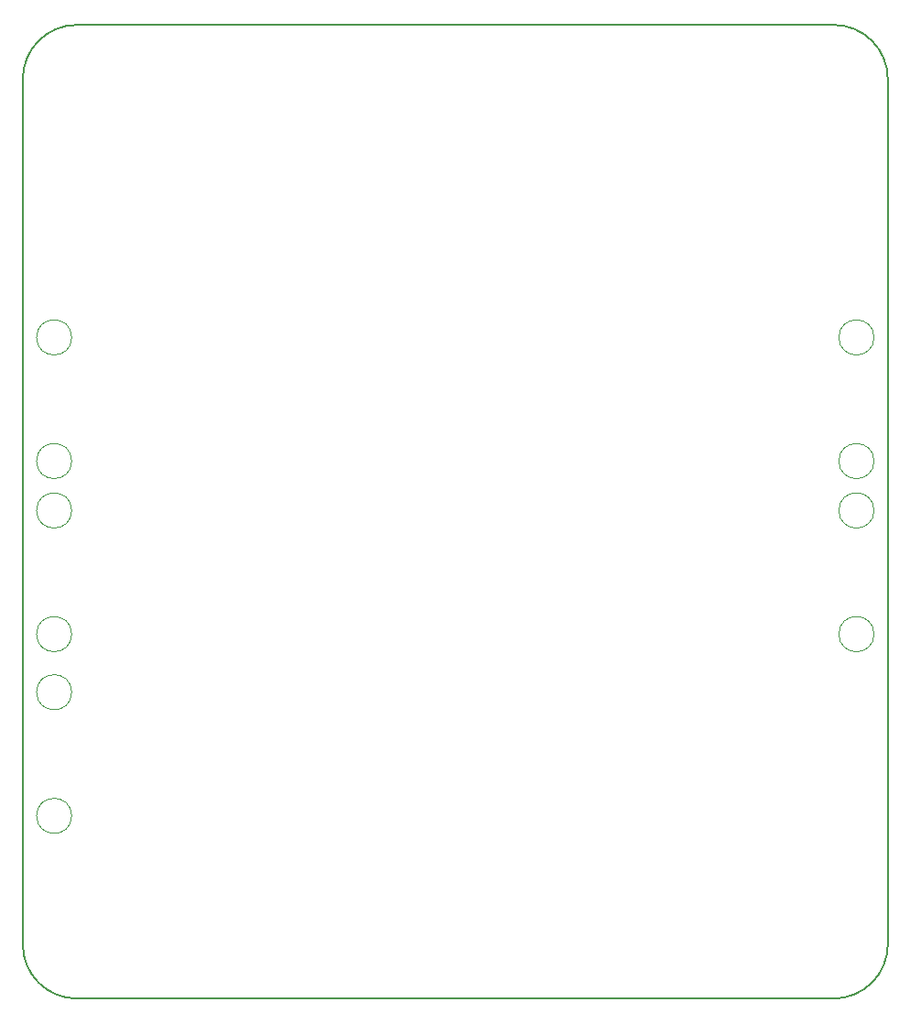
<source format=gbr>
%TF.GenerationSoftware,KiCad,Pcbnew,7.0.2*%
%TF.CreationDate,2023-07-19T17:03:31-04:00*%
%TF.ProjectId,ArenaController,4172656e-6143-46f6-9e74-726f6c6c6572,v0.6*%
%TF.SameCoordinates,Original*%
%TF.FileFunction,Profile,NP*%
%FSLAX46Y46*%
G04 Gerber Fmt 4.6, Leading zero omitted, Abs format (unit mm)*
G04 Created by KiCad (PCBNEW 7.0.2) date 2023-07-19 17:03:31*
%MOMM*%
%LPD*%
G01*
G04 APERTURE LIST*
%TA.AperFunction,Profile*%
%ADD10C,0.200000*%
%TD*%
%TA.AperFunction,Profile*%
%ADD11C,0.100000*%
%TD*%
G04 APERTURE END LIST*
D10*
X100000000Y-45000000D02*
G75*
G03*
X95000000Y-50000000I0J-5000000D01*
G01*
X95000000Y-130000000D02*
G75*
G03*
X100000000Y-135000000I5000000J0D01*
G01*
X175000000Y-50000000D02*
G75*
G03*
X170000000Y-45000000I-5000000J0D01*
G01*
X175000000Y-50000000D02*
X175000000Y-130000000D01*
X100000000Y-45000000D02*
X170000000Y-45000000D01*
X95000000Y-130000000D02*
X95000000Y-50000000D01*
X170000000Y-135000000D02*
G75*
G03*
X175000000Y-130000000I0J5000000D01*
G01*
X170000000Y-135000000D02*
X100000000Y-135000000D01*
D11*
%TO.C,J1*%
X173725000Y-73885000D02*
G75*
G03*
X173725000Y-73885000I-1625000J0D01*
G01*
X173725000Y-85315000D02*
G75*
G03*
X173725000Y-85315000I-1625000J0D01*
G01*
%TO.C,J6*%
X173725000Y-89885000D02*
G75*
G03*
X173725000Y-89885000I-1625000J0D01*
G01*
X173725000Y-101315000D02*
G75*
G03*
X173725000Y-101315000I-1625000J0D01*
G01*
%TO.C,J4*%
X99525000Y-118115000D02*
G75*
G03*
X99525000Y-118115000I-1625000J0D01*
G01*
X99525000Y-106685000D02*
G75*
G03*
X99525000Y-106685000I-1625000J0D01*
G01*
%TO.C,J2*%
X99525000Y-85315000D02*
G75*
G03*
X99525000Y-85315000I-1625000J0D01*
G01*
X99525000Y-73885000D02*
G75*
G03*
X99525000Y-73885000I-1625000J0D01*
G01*
%TO.C,J5*%
X99525000Y-101315000D02*
G75*
G03*
X99525000Y-101315000I-1625000J0D01*
G01*
X99525000Y-89885000D02*
G75*
G03*
X99525000Y-89885000I-1625000J0D01*
G01*
%TD*%
M02*

</source>
